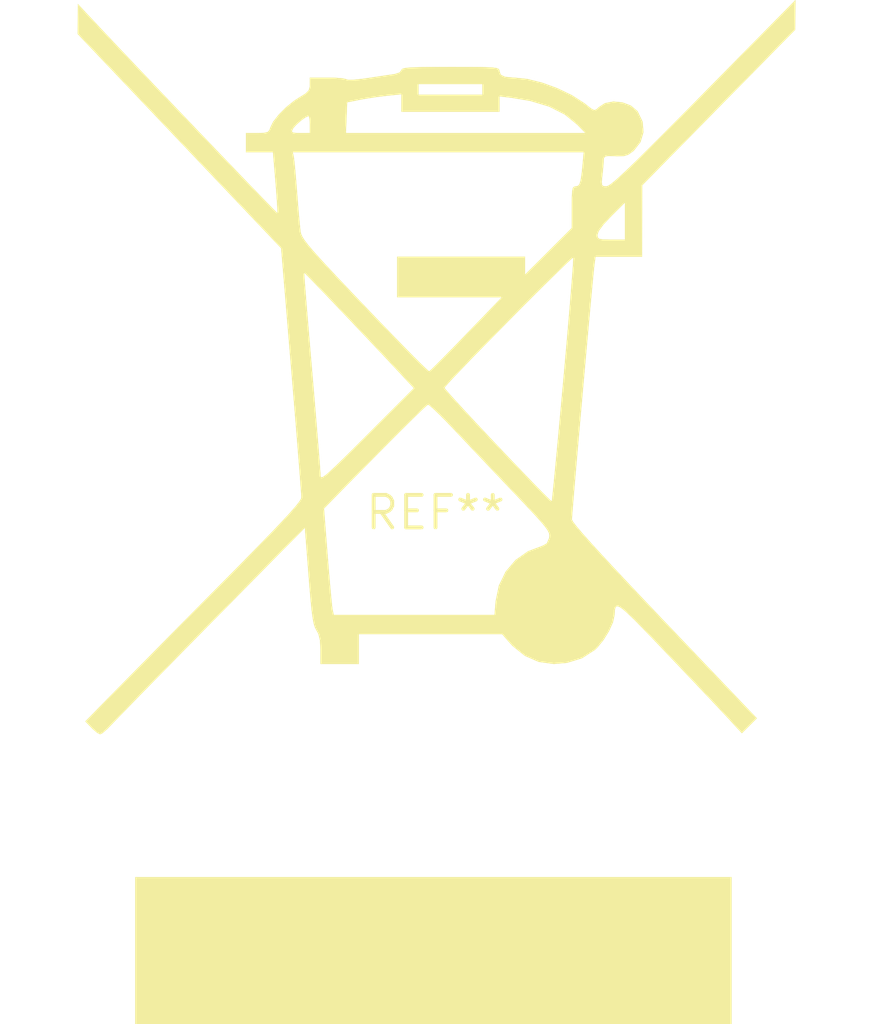
<source format=kicad_pcb>
(kicad_pcb (version 20240108) (generator pcbnew)
  (layers (0 "F.Cu" signal) (31 "B.Cu" signal) (34 "B.Paste" user) (35 "F.Paste" user) (36 "B.SilkS" user "B.Silkscreen") (37 "F.SilkS" user "F.Silkscreen") (38 "B.Mask" user) (39 "F.Mask" user) (44 "Edge.Cuts" user))
  (net 0 "")
  (footprint "WEEE-Logo_28.1x40mm_SilkScreen" (layer "F.Cu") (at 0 0)
    (property "Reference" "REF**")
    (property "Value" "WEEE-Logo_28.1x40mm_SilkScreen")
    (fp_poly (pts (xy 11.575738 19.986885) (xy -11.742295 19.986885) (xy -11.742295 14.240655) (xy 11.575738 14.240655) (xy 11.575738 19.986885)) (layer "F.SilkS") (stroke (width 0.01)) (fill solid))
    (fp_poly (pts (xy 14.069997 -19.439368) (xy 14.065896 -18.862623) (xy 11.074145 -15.822951) (xy 8.082395 -12.783279) (xy 8.078033 -9.993443) (xy 6.256107 -9.993443) (xy 6.209161 -9.639508) (xy 6.191385 -9.478185) (xy 6.161421 -9.174387) (xy 6.120872 -8.746237) (xy 6.07134 -8.211857) (xy 6.014429 -7.589369) (xy 5.951741 -6.896895) (xy 5.884878 -6.152558) (xy 5.815444 -5.374479) (xy 5.74504 -4.58078) (xy 5.675271 -3.789585) (xy 5.607738 -3.019013) (xy 5.544044 -2.287189) (xy 5.485792 -1.612233) (xy 5.434585 -1.012269) (xy 5.392024 -0.505417) (xy 5.359714 -0.109801) (xy 5.339257 0.156458) (xy 5.332254 0.275238) (xy 5.33226 0.275804) (xy 5.383314 0.371112) (xy 5.53666 0.567906) (xy 5.794386 0.868475) (xy 6.158578 1.27511) (xy 6.631321 1.790103) (xy 7.214704 2.415743) (xy 7.910811 3.154322) (xy 8.721731 4.00813) (xy 8.949664 4.247213) (xy 12.564644 8.036393) (xy 12.272388 8.327869) (xy 11.980132 8.619344) (xy 11.507279 8.104888) (xy 11.334293 7.918965) (xy 11.064077 7.63145) (xy 10.714458 7.261179) (xy 10.303267 6.826986) (xy 9.848329 6.347708) (xy 9.367475 5.842181) (xy 9.079805 5.540253) (xy 8.539738 4.974621) (xy 8.103206 4.521553) (xy 7.759078 4.17281) (xy 7.496221 3.920154) (xy 7.303507 3.755346) (xy 7.169802 3.670147) (xy 7.083978 3.656319) (xy 7.034901 3.705624) (xy 7.011442 3.809823) (xy 7.002469 3.960677) (xy 7.001263 4.001845) (xy 6.938886 4.285448) (xy 6.785196 4.628239) (xy 6.570871 4.976006) (xy 6.326589 5.274539) (xy 6.228842 5.366758) (xy 5.72731 5.689425) (xy 5.141452 5.869961) (xy 4.623484 5.912787) (xy 4.036479 5.832012) (xy 3.494349 5.595155) (xy 3.014533 5.210418) (xy 2.926002 5.114652) (xy 2.602281 4.746885) (xy -2.998033 4.746885) (xy -2.998033 5.912787) (xy -4.497049 5.912787) (xy -4.497049 5.368103) (xy -4.515859 4.996262) (xy -4.57906 4.738165) (xy -4.65587 4.597775) (xy -4.710752 4.497326) (xy -4.757746 4.351684) (xy -4.799966 4.139258) (xy -4.840527 3.838458) (xy -4.882543 3.427691) (xy -4.929127 2.885368) (xy -4.961024 2.481922) (xy -5.107356 0.591713) (xy -8.699676 4.230775) (xy -9.349203 4.889248) (xy -9.972733 5.522315) (xy -10.558871 6.118348) (xy -11.096226 6.665715) (xy -11.573402 7.152789) (xy -11.979008 7.567938) (xy -12.301649 7.899533) (xy -12.529932 8.135945) (xy -12.652342 8.26541) (xy -12.853446 8.470382) (xy -13.021192 8.613343) (xy -13.111419 8.660983) (xy -13.226663 8.60518) (xy -13.394652 8.46575) (xy -13.451595 8.408969) (xy -13.693041 8.156954) (xy -12.363733 6.806123) (xy -12.024602 6.462004) (xy -11.587311 6.019071) (xy -11.071041 5.496713) (xy -10.494978 4.914319) (xy -9.878302 4.291278) (xy -9.240198 3.646979) (xy -8.599848 3.00081) (xy -8.140492 2.537549) (xy -7.442228 1.831578) (xy -6.85561 1.233898) (xy -6.373135 0.73642) (xy -5.987299 0.331053) (xy -5.6906 0.009707) (xy -5.543549 -0.158095) (xy -4.362693 -0.158095) (xy -4.214849 1.732264) (xy -4.170264 2.286365) (xy -4.127135 2.793076) (xy -4.087906 3.22591) (xy -4.055019 3.558385) (xy -4.030919 3.764015) (xy -4.023163 3.81) (xy -3.979321 3.997377) (xy 2.309 3.997377) (xy 2.350977 3.474436) (xy 2.477712 2.856577) (xy 2.742923 2.310023) (xy 3.129892 1.854679) (xy 3.621901 1.510448) (xy 4.174128 1.303813) (xy 4.35328 1.206887) (xy 4.442972 0.998865) (xy 4.444849 0.989689) (xy 4.455611 0.901868) (xy 4.442308 0.811942) (xy 4.391956 0.703228) (xy 4.29157 0.559048) (xy 4.128167 0.36272) (xy 3.888761 0.097565) (xy 3.560368 -0.253098) (xy 3.130003 -0.705949) (xy 3.102196 -0.735118) (xy 2.639292 -1.221203) (xy 2.147161 -1.738946) (xy 1.659619 -2.252705) (xy 1.210483 -2.726837) (xy 0.833569 -3.125699) (xy 0.749508 -3.214868) (xy 0.427271 -3.551096) (xy 0.141013 -3.838828) (xy -0.088714 -4.058275) (xy -0.241362 -4.189646) (xy -0.292614 -4.218519) (xy -0.369044 -4.15809) (xy -0.547785 -3.992317) (xy -0.814761 -3.735001) (xy -1.155895 -3.399942) (xy -1.557114 -3.000942) (xy -2.00434 -2.551801) (xy -2.369863 -2.181835) (xy -4.362693 -0.158095) (xy -5.543549 -0.158095) (xy -5.475533 -0.235709) (xy -5.334594 -0.413283) (xy -5.260281 -0.531108) (xy -5.243745 -0.585672) (xy -5.250009 -0.704752) (xy -5.269038 -0.974289) (xy -5.2996 -1.378773) (xy -5.340466 -1.902692) (xy -5.390403 -2.530536) (xy -5.448179 -3.246792) (xy -5.512564 -4.035951) (xy -5.582327 -4.882502) (xy -5.638548 -5.559072) (xy -5.956659 -9.373636) (xy -5.138118 -9.373636) (xy -5.134592 -9.291316) (xy -5.118011 -9.059471) (xy -5.089707 -8.694509) (xy -5.051012 -8.212841) (xy -5.003258 -7.630875) (xy -4.947777 -6.96502) (xy -4.885902 -6.231687) (xy -4.826524 -5.535434) (xy -4.759263 -4.745456) (xy -4.696613 -3.999738) (xy -4.640009 -3.316079) (xy -4.590887 -2.71228) (xy -4.550682 -2.206143) (xy -4.520829 -1.815469) (xy -4.502764 -1.558057) (xy -4.49775 -1.458087) (xy -4.48993 -1.395868) (xy -4.458942 -1.371179) (xy -4.392842 -1.394323) (xy -4.279685 -1.4756) (xy -4.107526 -1.625314) (xy -3.864421 -1.853766) (xy -3.538424 -2.171258) (xy -3.117591 -2.588092) (xy -2.67107 -3.033525) (xy -0.845092 -4.858088) (xy -0.85789 -4.871804) (xy 0.349099 -4.871804) (xy 0.404106 -4.796472) (xy 0.558101 -4.619093) (xy 0.795648 -4.355967) (xy 1.101314 -4.023397) (xy 1.459664 -3.637686) (xy 1.855264 -3.215134) (xy 2.272681 -2.772046) (xy 2.69648 -2.324722) (xy 3.111227 -1.889465) (xy 3.501488 -1.482578) (xy 3.851829 -1.120361) (xy 4.146816 -0.819119) (xy 4.371014 -0.595152) (xy 4.508989 -0.464763) (xy 4.546615 -0.4382) (xy 4.559019 -0.52394) (xy 4.584768 -0.760757) (xy 4.622445 -1.133826) (xy 4.670635 -1.628323) (xy 4.727921 -2.229422) (xy 4.792888 -2.922299) (xy 4.86412 -3.692128) (xy 4.940201 -4.524085) (xy 5.000946 -5.194928) (xy 5.07865 -6.064779) (xy 5.150441 -6.884217) (xy 5.215112 -7.638377) (xy 5.271456 -8.312392) (xy 5.318264 -8.891399) (xy 5.35433 -9.360532) (xy 5.378448 -9.704925) (xy 5.389408 -9.909714) (xy 5.388154 -9.962885) (xy 5.322643 -9.915524) (xy 5.155812 -9.763284) (xy 4.902246 -9.5209) (xy 4.576531 -9.203109) (xy 4.19325 -8.824646) (xy 3.766989 -8.400245) (xy 3.312332 -7.944642) (xy 2.843865 -7.472573) (xy 2.376172 -6.998774) (xy 1.923838 -6.537978) (xy 1.501448 -6.104923) (xy 1.123587 -5.714343) (xy 0.804838 -5.380973) (xy 0.559789 -5.11955) (xy 0.403022 -4.944808) (xy 0.349099 -4.871804) (xy -0.85789 -4.871804) (xy -1.525988 -5.58782) (xy -1.872759 -5.958162) (xy -2.261965 -6.371625) (xy -2.678218 -6.812082) (xy -3.10613 -7.263403) (xy -3.530312 -7.709461) (xy -3.935375 -8.134127) (xy -4.305932 -8.521273) (xy -4.626594 -8.854771) (xy -4.881972 -9.118491) (xy -5.056679 -9.296307) (xy -5.135325 -9.372089) (xy -5.138118 -9.373636) (xy -5.956659 -9.373636) (xy -6.036164 -10.326996) (xy -10.013492 -14.509843) (xy -13.990819 -18.692689) (xy -13.984965 -19.861967) (xy -13.342483 -19.175654) (xy -12.982912 -18.792867) (xy -12.558387 -18.343141) (xy -12.080365 -17.838443) (xy -11.560303 -17.290743) (xy -11.009655 -16.712007) (xy -10.43988 -16.114203) (xy -9.862433 -15.5093) (xy -9.28877 -14.909264) (xy -8.730349 -14.326064) (xy -8.198626 -13.771667) (xy -7.705056 -13.258041) (xy -7.261097 -12.797154) (xy -6.878205 -12.400974) (xy -6.567837 -12.081468) (xy -6.341448 -11.850604) (xy -6.210495 -11.720351) (xy -6.181794 -11.695364) (xy -6.179822 -11.782286) (xy -6.190678 -12.004834) (xy -6.212477 -12.332729) (xy -6.243336 -12.73569) (xy -6.256581 -12.896663) (xy -6.355232 -14.074099) (xy -5.582845 -14.074099) (xy -5.542968 -13.886722) (xy -5.522631 -13.738533) (xy -5.494053 -13.45971) (xy -5.46054 -13.085776) (xy -5.425394 -12.652253) (xy -5.413229 -12.491804) (xy -5.377351 -12.031116) (xy -5.341139 -11.603296) (xy -5.308216 -11.248764) (xy -5.282203 -11.007943) (xy -5.276337 -10.96424) (xy -5.254208 -10.874516) (xy -5.206307 -10.769489) (xy -5.12245 -10.637384) (xy -4.992452 -10.46643) (xy -4.806127 -10.244852) (xy -4.553291 -9.960877) (xy -4.223758 -9.602732) (xy -3.807344 -9.158643) (xy -3.293863 -8.616837) (xy -2.770051 -8.067086) (xy -2.248914 -7.523049) (xy -1.762447 -7.019211) (xy -1.32276 -6.56782) (xy -0.941963 -6.181125) (xy -0.632166 -5.871376) (xy -0.405479 -5.650822) (xy -0.274012 -5.531712) (xy -0.245976 -5.513993) (xy -0.172216 -5.578243) (xy 0.000194 -5.7458) (xy 0.25452 -5.999854) (xy 0.574028 -6.323596) (xy 0.941984 -6.700217) (xy 1.208083 -6.97459) (xy 2.59732 -8.411148) (xy -1.499016 -8.411148) (xy -1.499016 -9.993443) (xy 3.497705 -9.993443) (xy 3.497705 -9.288415) (xy 4.413771 -10.20164) (xy 5.0636 -10.849455) (xy 6.329181 -10.849455) (xy 6.341287 -10.747264) (xy 6.40256 -10.690326) (xy 6.550432 -10.665517) (xy 6.822335 -10.659715) (xy 6.870492 -10.659672) (xy 7.411803 -10.659672) (xy 7.411803 -12.112238) (xy 6.870492 -11.575738) (xy 6.565137 -11.24956) (xy 6.382502 -10.999672) (xy 6.329181 -10.849455) (xy 5.0636 -10.849455) (xy 5.329836 -11.114865) (xy 5.329836 -11.928252) (xy 5.332387 -12.302462) (xy 5.34406 -12.540525) (xy 5.370886 -12.67282) (xy 5.418895 -12.729729) (xy 5.491291 -12.74164) (xy 5.571808 -12.759127) (xy 5.63132 -12.829242) (xy 5.677022 -12.97846) (xy 5.716109 -13.233258) (xy 5.755775 -13.620112) (xy 5.768504 -13.761804) (xy 5.796064 -14.074099) (xy -5.582845 -14.074099) (xy -6.355232 -14.074099) (xy -7.411803 -14.074099) (xy -7.411803 -14.823607) (xy -6.962798 -14.823607) (xy -6.700183 -14.830801) (xy -6.557486 -14.865519) (xy -6.540028 -14.886183) (xy -5.620343 -14.886183) (xy -5.57194 -14.838976) (xy -5.404281 -14.824407) (xy -5.291127 -14.823607) (xy -4.913442 -14.823607) (xy -3.505002 -14.823607) (xy 5.863311 -14.823607) (xy 5.546446 -15.148106) (xy 5.054304 -15.548543) (xy 4.445217 -15.85739) (xy 3.708865 -16.078879) (xy 2.977213 -16.201379) (xy 2.498361 -16.258536) (xy 2.498361 -15.656394) (xy -1.332459 -15.656394) (xy -1.332459 -16.339527) (xy -1.89459 -16.282556) (xy -2.287352 -16.234473) (xy -2.705813 -16.170736) (xy -2.956393 -16.125216) (xy -3.456065 -16.024846) (xy -3.480533 -15.424226) (xy -3.505002 -14.823607) (xy -4.913442 -14.823607) (xy -4.913442 -15.156722) (xy -4.924454 -15.365404) (xy -4.951959 -15.481393) (xy -4.963046 -15.489836) (xy -5.086335 -15.436421) (xy -5.266458 -15.306833) (xy -5.44703 -15.147061) (xy -5.571667 -15.003093) (xy -5.582771 -14.984373) (xy -5.620343 -14.886183) (xy -6.540028 -14.886183) (xy -6.488253 -14.947462) (xy -6.460304 -15.036726) (xy -6.346233 -15.268377) (xy -6.127144 -15.546857) (xy -5.840732 -15.833118) (xy -5.524691 -16.088114) (xy -5.317099 -16.220928) (xy -5.080618 -16.366301) (xy -4.959393 -16.488426) (xy -4.916799 -16.632428) (xy -4.913527 -16.718197) (xy -4.913521 -16.739017) (xy -0.666229 -16.739017) (xy -0.666229 -16.322623) (xy 1.832131 -16.322623) (xy 1.832131 -16.739017) (xy -0.666229 -16.739017) (xy -4.913521 -16.739017) (xy -4.913442 -16.988853) (xy -4.212513 -16.988853) (xy -3.890022 -16.981058) (xy -3.63868 -16.960283) (xy -3.498958 -16.930444) (xy -3.483825 -16.918362) (xy -3.395195 -16.899816) (xy -3.179501 -16.907413) (xy -2.873801 -16.938906) (xy -2.664918 -16.967985) (xy -2.286164 -17.025107) (xy -1.939771 -17.076676) (xy -1.67946 -17.114721) (xy -1.603115 -17.125528) (xy -1.403648 -17.187302) (xy -1.332459 -17.284102) (xy -1.310815 -17.323525) (xy -1.23339 -17.353601) (xy -1.081447 -17.375513) (xy -0.836248 -17.390448) (xy -0.479053 -17.39959) (xy 0.008876 -17.404125) (xy 0.582951 -17.405246) (xy 1.195637 -17.40461) (xy 1.661737 -17.401605) (xy 2.00122 -17.394588) (xy 2.234056 -17.381915) (xy 2.380214 -17.361943) (xy 2.459665 -17.333028) (xy 2.492377 -17.293527) (xy 2.498361 -17.247599) (xy 2.549314 -17.101819) (xy 2.716214 -17.018862) (xy 3.020124 -16.989274) (xy 3.074801 -16.988853) (xy 3.589463 -16.935761) (xy 4.174006 -16.789606) (xy 4.775714 -16.570071) (xy 5.341872 -16.296836) (xy 5.819764 -15.989584) (xy 5.881659 -15.940901) (xy 6.083401 -15.78251) (xy 6.202871 -15.719071) (xy 6.286304 -15.739579) (xy 6.371945 -15.824194) (xy 6.62489 -15.98994) (xy 6.954088 -16.053566) (xy 7.30859 -16.020477) (xy 7.637445 -15.896073) (xy 7.889705 -15.685758) (xy 7.907973 -15.661313) (xy 8.096729 -15.268718) (xy 8.131847 -14.862339) (xy 8.017203 -14.474947) (xy 7.756668 -14.139314) (xy 7.724812 -14.111599) (xy 7.539834 -13.979947) (xy 7.352153 -13.921969) (xy 7.088303 -13.917783) (xy 7.022389 -13.921497) (xy 6.764233 -13.930969) (xy 6.631256 -13.909264) (xy 6.583118 -13.843772) (xy 6.578179 -13.782623) (xy 6.568089 -13.605236) (xy 6.543049 -13.33846) (xy 6.525053 -13.178853) (xy 6.498951 -12.925344) (xy 6.509809 -12.795568) (xy 6.572755 -12.748134) (xy 6.684883 -12.74164) (xy 6.751384 -12.763087) (xy 6.858661 -12.832502) (xy 7.014665 -12.957491) (xy 7.227345 -13.145662) (xy 7.504653 -13.404624) (xy 7.854536 -13.741984) (xy 8.284946 -14.165349) (xy 8.803832 -14.682328) (xy 9.419143 -15.300528) (xy 10.138831 -16.027557) (xy 10.485664 -16.378876) (xy 14.074099 -20.016111) (xy 14.069997 -19.439368)) (layer "F.SilkS") (stroke (width 0.01)) (fill solid))
  )
)
</source>
